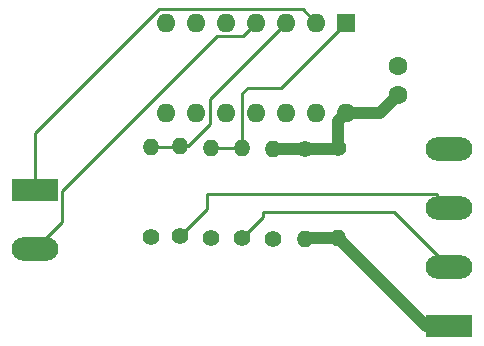
<source format=gbr>
%TF.GenerationSoftware,KiCad,Pcbnew,7.0.8*%
%TF.CreationDate,2024-05-03T13:39:42+02:00*%
%TF.ProjectId,menelaos-fix,6d656e65-6c61-46f7-932d-6669782e6b69,rev?*%
%TF.SameCoordinates,Original*%
%TF.FileFunction,Copper,L1,Top*%
%TF.FilePolarity,Positive*%
%FSLAX46Y46*%
G04 Gerber Fmt 4.6, Leading zero omitted, Abs format (unit mm)*
G04 Created by KiCad (PCBNEW 7.0.8) date 2024-05-03 13:39:42*
%MOMM*%
%LPD*%
G01*
G04 APERTURE LIST*
%TA.AperFunction,ComponentPad*%
%ADD10C,1.400000*%
%TD*%
%TA.AperFunction,ComponentPad*%
%ADD11O,1.400000X1.400000*%
%TD*%
%TA.AperFunction,ComponentPad*%
%ADD12R,3.960000X1.980000*%
%TD*%
%TA.AperFunction,ComponentPad*%
%ADD13O,3.960000X1.980000*%
%TD*%
%TA.AperFunction,ComponentPad*%
%ADD14C,1.600000*%
%TD*%
%TA.AperFunction,ComponentPad*%
%ADD15R,1.600000X1.600000*%
%TD*%
%TA.AperFunction,ComponentPad*%
%ADD16O,1.600000X1.600000*%
%TD*%
%TA.AperFunction,Conductor*%
%ADD17C,1.000000*%
%TD*%
%TA.AperFunction,Conductor*%
%ADD18C,0.250000*%
%TD*%
G04 APERTURE END LIST*
D10*
%TO.P,R101,1*%
%TO.N,+6V*%
X223060000Y-74590000D03*
D11*
%TO.P,R101,2*%
%TO.N,/12V_IN*%
X223060000Y-82210000D03*
%TD*%
D12*
%TO.P,J101,1,Pin_1*%
%TO.N,/12V_IN*%
X232500000Y-89670000D03*
D13*
%TO.P,J101,2,Pin_2*%
%TO.N,/ch_A-IN*%
X232500000Y-84670000D03*
%TO.P,J101,3,Pin_3*%
%TO.N,/ch_B-IN*%
X232500000Y-79670000D03*
%TO.P,J101,4,Pin_4*%
%TO.N,GND*%
X232500000Y-74670000D03*
%TD*%
D14*
%TO.P,C101,1*%
%TO.N,+6V*%
X228100000Y-70110000D03*
%TO.P,C101,2*%
%TO.N,GND*%
X228100000Y-67610000D03*
%TD*%
D10*
%TO.P,R105,1*%
%TO.N,/ch_A-IN*%
X214970000Y-82250000D03*
D11*
%TO.P,R105,2*%
%TO.N,/SCHMITT_A_IN*%
X214970000Y-74630000D03*
%TD*%
D10*
%TO.P,R103,1*%
%TO.N,GND*%
X217550000Y-82290000D03*
D11*
%TO.P,R103,2*%
%TO.N,+6V*%
X217550000Y-74670000D03*
%TD*%
D15*
%TO.P,U101,1*%
%TO.N,/SCHMITT_A_IN*%
X223750000Y-63990000D03*
D16*
%TO.P,U101,2*%
%TO.N,/ch_A-OUT*%
X221210000Y-63990000D03*
%TO.P,U101,3*%
%TO.N,/SCHMITT_B_IN*%
X218670000Y-63990000D03*
%TO.P,U101,4*%
%TO.N,/ch_B-OUT*%
X216130000Y-63990000D03*
%TO.P,U101,5*%
%TO.N,unconnected-(U101-Pad5)*%
X213590000Y-63990000D03*
%TO.P,U101,6*%
%TO.N,unconnected-(U101-Pad6)*%
X211050000Y-63990000D03*
%TO.P,U101,7,GND*%
%TO.N,GND*%
X208510000Y-63990000D03*
%TO.P,U101,8*%
%TO.N,unconnected-(U101-Pad8)*%
X208510000Y-71610000D03*
%TO.P,U101,9*%
%TO.N,unconnected-(U101-Pad9)*%
X211050000Y-71610000D03*
%TO.P,U101,10*%
%TO.N,unconnected-(U101-Pad10)*%
X213590000Y-71610000D03*
%TO.P,U101,11*%
%TO.N,unconnected-(U101-Pad11)*%
X216130000Y-71610000D03*
%TO.P,U101,12*%
%TO.N,unconnected-(U101-Pad12)*%
X218670000Y-71610000D03*
%TO.P,U101,13*%
%TO.N,unconnected-(U101-Pad13)*%
X221210000Y-71610000D03*
%TO.P,U101,14,VCC*%
%TO.N,+6V*%
X223750000Y-71610000D03*
%TD*%
D10*
%TO.P,R102,1*%
%TO.N,+6V*%
X220240000Y-74660000D03*
D11*
%TO.P,R102,2*%
%TO.N,/12V_IN*%
X220240000Y-82280000D03*
%TD*%
D12*
%TO.P,J102,1,Pin_1*%
%TO.N,/ch_A-OUT*%
X197400000Y-78140000D03*
D13*
%TO.P,J102,2,Pin_2*%
%TO.N,/ch_B-OUT*%
X197400000Y-83140000D03*
%TD*%
D10*
%TO.P,R104,1*%
%TO.N,/ch_B-IN*%
X209670000Y-82080000D03*
D11*
%TO.P,R104,2*%
%TO.N,/SCHMITT_B_IN*%
X209670000Y-74460000D03*
%TD*%
D10*
%TO.P,R107,1*%
%TO.N,GND*%
X212300000Y-82220000D03*
D11*
%TO.P,R107,2*%
%TO.N,/SCHMITT_A_IN*%
X212300000Y-74600000D03*
%TD*%
D10*
%TO.P,R106,1*%
%TO.N,GND*%
X207200000Y-82090000D03*
D11*
%TO.P,R106,2*%
%TO.N,/SCHMITT_B_IN*%
X207200000Y-74470000D03*
%TD*%
D17*
%TO.N,+6V*%
X223750000Y-71610000D02*
X226600000Y-71610000D01*
X226600000Y-71610000D02*
X228100000Y-70110000D01*
X223060000Y-74590000D02*
X223060000Y-72300000D01*
X223060000Y-72300000D02*
X223750000Y-71610000D01*
X217550000Y-74670000D02*
X222980000Y-74670000D01*
X222980000Y-74670000D02*
X223060000Y-74590000D01*
%TO.N,/12V_IN*%
X223060000Y-82210000D02*
X220310000Y-82210000D01*
X220310000Y-82210000D02*
X220240000Y-82280000D01*
X232500000Y-89670000D02*
X230520000Y-89670000D01*
X230520000Y-89670000D02*
X223060000Y-82210000D01*
D18*
%TO.N,/ch_A-IN*%
X216750000Y-80470000D02*
X214970000Y-82250000D01*
X227830000Y-80000000D02*
X216750000Y-80000000D01*
X232500000Y-84670000D02*
X227830000Y-80000000D01*
X216750000Y-80000000D02*
X216750000Y-80470000D01*
%TO.N,/ch_B-IN*%
X212000000Y-79750000D02*
X209670000Y-82080000D01*
X212000000Y-78500000D02*
X212000000Y-79750000D01*
X232500000Y-79670000D02*
X231330000Y-78500000D01*
X231330000Y-78500000D02*
X212000000Y-78500000D01*
%TO.N,/ch_A-OUT*%
X207885000Y-62865000D02*
X197400000Y-73350000D01*
X197400000Y-73350000D02*
X197400000Y-78140000D01*
X220085000Y-62865000D02*
X207885000Y-62865000D01*
X221210000Y-63990000D02*
X220085000Y-62865000D01*
%TO.N,/ch_B-OUT*%
X199705000Y-80835000D02*
X197400000Y-83140000D01*
X216130000Y-63990000D02*
X215005000Y-65115000D01*
X199705000Y-78250000D02*
X199705000Y-80835000D01*
X212840000Y-65115000D02*
X199705000Y-78250000D01*
X215005000Y-65115000D02*
X212840000Y-65115000D01*
%TO.N,/SCHMITT_B_IN*%
X209670000Y-74460000D02*
X210370000Y-74460000D01*
X207200000Y-74470000D02*
X209660000Y-74470000D01*
X210370000Y-74460000D02*
X212250000Y-72580000D01*
X212250000Y-72580000D02*
X212250000Y-70410000D01*
X212250000Y-70410000D02*
X218670000Y-63990000D01*
X209660000Y-74470000D02*
X209670000Y-74460000D01*
%TO.N,/SCHMITT_A_IN*%
X214970000Y-69970000D02*
X214970000Y-74630000D01*
X215440000Y-69500000D02*
X214970000Y-69970000D01*
X214940000Y-74600000D02*
X214970000Y-74630000D01*
X218240000Y-69500000D02*
X215440000Y-69500000D01*
X212300000Y-74600000D02*
X214940000Y-74600000D01*
X223750000Y-63990000D02*
X218240000Y-69500000D01*
%TD*%
M02*

</source>
